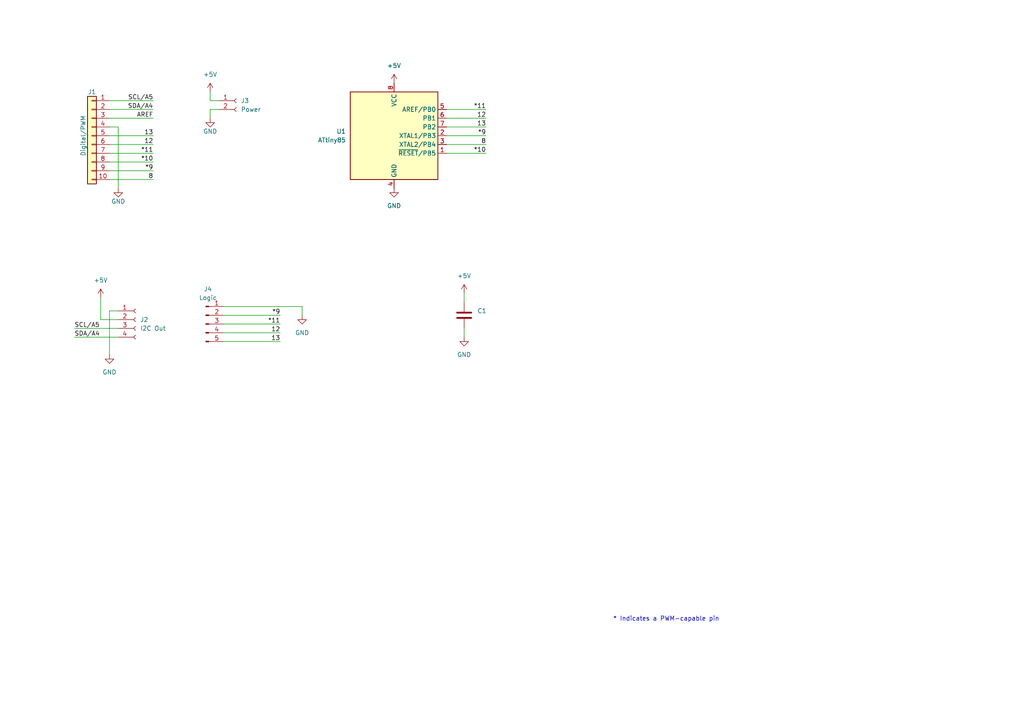
<source format=kicad_sch>
(kicad_sch (version 20211123) (generator eeschema)
  (paper "A4")
  (title_block (date "mar. 31 mars 2015"))
  (lib_symbols
    (symbol "+5V_1" (power) (pin_names (offset 0))
      (property "Value" "+5V_1" (at 0 3.556 0))
      (symbol "+5V_1_0_1"
        (polyline (pts (xy -0.762 1.27) (xy 0 2.54)))
        (polyline (pts (xy 0 0) (xy 0 2.54)))
        (polyline (pts (xy 0 2.54) (xy 0.762 1.27)))
      )
      (symbol "+5V_1_1_1"
        (pin power_in line (at 0 0 90) (length 0) hide (name "+5V") (number "1"))
      )
    )
    (symbol "+5V_2" (power) (pin_names (offset 0))
      (property "Value" "+5V_2" (at 0 3.556 0))
      (symbol "+5V_2_0_1"
        (polyline (pts (xy -0.762 1.27) (xy 0 2.54)))
        (polyline (pts (xy 0 0) (xy 0 2.54)))
        (polyline (pts (xy 0 2.54) (xy 0.762 1.27)))
      )
      (symbol "+5V_2_1_1"
        (pin power_in line (at 0 0 90) (length 0) hide (name "+5V") (number "1"))
      )
    )
    (symbol "Connector:Conn_01x02_Female" (pin_names (offset 1.016) hide)
      (property "Reference" "J" (at 0 2.54 0))
      (property "Value" "Conn_01x02_Female" (at 0 -5.08 0))
      (symbol "Conn_01x02_Female_1_1"
        (arc (start 0 -2.032) (mid -0.508 -2.54) (end 0 -3.048) (stroke (width 0.1524)))
        (polyline (pts (xy -1.27 -2.54) (xy -0.508 -2.54)) (stroke (width 0.1524)))
        (polyline (pts (xy -1.27 0) (xy -0.508 0)) (stroke (width 0.1524)))
        (arc (start 0 0.508) (mid -0.508 0) (end 0 -0.508) (stroke (width 0.1524)))
        (pin passive line (at -5.08 0 0) (length 3.81) (name "Pin_1") (number "1"))
        (pin passive line (at -5.08 -2.54 0) (length 3.81) (name "Pin_2") (number "2"))
      )
    )
    (symbol "Connector:Conn_01x04_Female" (pin_names (offset 1.016) hide)
      (property "Reference" "J" (at 0 5.08 0))
      (property "Value" "Conn_01x04_Female" (at 0 -7.62 0))
      (symbol "Conn_01x04_Female_1_1"
        (arc (start 0 -4.572) (mid -0.508 -5.08) (end 0 -5.588) (stroke (width 0.1524)))
        (arc (start 0 -2.032) (mid -0.508 -2.54) (end 0 -3.048) (stroke (width 0.1524)))
        (polyline (pts (xy -1.27 -5.08) (xy -0.508 -5.08)) (stroke (width 0.1524)))
        (polyline (pts (xy -1.27 -2.54) (xy -0.508 -2.54)) (stroke (width 0.1524)))
        (polyline (pts (xy -1.27 0) (xy -0.508 0)) (stroke (width 0.1524)))
        (polyline (pts (xy -1.27 2.54) (xy -0.508 2.54)) (stroke (width 0.1524)))
        (arc (start 0 0.508) (mid -0.508 0) (end 0 -0.508) (stroke (width 0.1524)))
        (arc (start 0 3.048) (mid -0.508 2.54) (end 0 2.032) (stroke (width 0.1524)))
        (pin passive line (at -5.08 2.54 0) (length 3.81) (name "Pin_1") (number "1"))
        (pin passive line (at -5.08 0 0) (length 3.81) (name "Pin_2") (number "2"))
        (pin passive line (at -5.08 -2.54 0) (length 3.81) (name "Pin_3") (number "3"))
        (pin passive line (at -5.08 -5.08 0) (length 3.81) (name "Pin_4") (number "4"))
      )
    )
    (symbol "Connector:Conn_01x05_Male" (pin_names (offset 1.016) hide)
      (property "Reference" "J" (at 0 7.62 0))
      (property "Value" "Conn_01x05_Male" (at 0 -7.62 0))
      (symbol "Conn_01x05_Male_1_1"
        (polyline (pts (xy 1.27 -5.08) (xy 0.8636 -5.08)) (stroke (width 0.1524)))
        (polyline (pts (xy 1.27 -2.54) (xy 0.8636 -2.54)) (stroke (width 0.1524)))
        (polyline (pts (xy 1.27 0) (xy 0.8636 0)) (stroke (width 0.1524)))
        (polyline (pts (xy 1.27 2.54) (xy 0.8636 2.54)) (stroke (width 0.1524)))
        (polyline (pts (xy 1.27 5.08) (xy 0.8636 5.08)) (stroke (width 0.1524)))
        (rectangle (start 0.8636 -4.953) (end 0 -5.207) (stroke (width 0.1524)) (fill (type outline)))
        (rectangle (start 0.8636 -2.413) (end 0 -2.667) (stroke (width 0.1524)) (fill (type outline)))
        (rectangle (start 0.8636 0.127) (end 0 -0.127) (stroke (width 0.1524)) (fill (type outline)))
        (rectangle (start 0.8636 2.667) (end 0 2.413) (stroke (width 0.1524)) (fill (type outline)))
        (rectangle (start 0.8636 5.207) (end 0 4.953) (stroke (width 0.1524)) (fill (type outline)))
        (pin passive line (at 5.08 5.08 180) (length 3.81) (name "Pin_1") (number "1"))
        (pin passive line (at 5.08 2.54 180) (length 3.81) (name "Pin_2") (number "2"))
        (pin passive line (at 5.08 0 180) (length 3.81) (name "Pin_3") (number "3"))
        (pin passive line (at 5.08 -2.54 180) (length 3.81) (name "Pin_4") (number "4"))
        (pin passive line (at 5.08 -5.08 180) (length 3.81) (name "Pin_5") (number "5"))
      )
    )
    (symbol "Connector_Generic:Conn_01x10" (pin_names (offset 1.016) hide)
      (property "Reference" "J" (at 0 12.7 0))
      (property "Value" "Conn_01x10" (at 0 -15.24 0))
      (symbol "Conn_01x10_1_1"
        (rectangle (start -1.27 -12.573) (end 0 -12.827) (stroke (width 0.1524)))
        (rectangle (start -1.27 -10.033) (end 0 -10.287) (stroke (width 0.1524)))
        (rectangle (start -1.27 -7.493) (end 0 -7.747) (stroke (width 0.1524)))
        (rectangle (start -1.27 -4.953) (end 0 -5.207) (stroke (width 0.1524)))
        (rectangle (start -1.27 -2.413) (end 0 -2.667) (stroke (width 0.1524)))
        (rectangle (start -1.27 0.127) (end 0 -0.127) (stroke (width 0.1524)))
        (rectangle (start -1.27 2.667) (end 0 2.413) (stroke (width 0.1524)))
        (rectangle (start -1.27 5.207) (end 0 4.953) (stroke (width 0.1524)))
        (rectangle (start -1.27 7.747) (end 0 7.493) (stroke (width 0.1524)))
        (rectangle (start -1.27 10.287) (end 0 10.033) (stroke (width 0.1524)))
        (rectangle (start -1.27 11.43) (end 1.27 -13.97) (stroke (width 0.254)) (fill (type background)))
        (pin passive line (at -5.08 10.16 0) (length 3.81) (name "Pin_1") (number "1"))
        (pin passive line (at -5.08 -12.7 0) (length 3.81) (name "Pin_10") (number "10"))
        (pin passive line (at -5.08 7.62 0) (length 3.81) (name "Pin_2") (number "2"))
        (pin passive line (at -5.08 5.08 0) (length 3.81) (name "Pin_3") (number "3"))
        (pin passive line (at -5.08 2.54 0) (length 3.81) (name "Pin_4") (number "4"))
        (pin passive line (at -5.08 0 0) (length 3.81) (name "Pin_5") (number "5"))
        (pin passive line (at -5.08 -2.54 0) (length 3.81) (name "Pin_6") (number "6"))
        (pin passive line (at -5.08 -5.08 0) (length 3.81) (name "Pin_7") (number "7"))
        (pin passive line (at -5.08 -7.62 0) (length 3.81) (name "Pin_8") (number "8"))
        (pin passive line (at -5.08 -10.16 0) (length 3.81) (name "Pin_9") (number "9"))
      )
    )
    (symbol "Device:C" (pin_numbers hide) (pin_names (offset 0.254))
      (property "Reference" "C" (at 0.635 2.54 0))
      (property "Value" "C" (at 0.635 -2.54 0))
      (symbol "C_0_1"
        (polyline (pts (xy -2.032 -0.762) (xy 2.032 -0.762)) (stroke (width 0.508)))
        (polyline (pts (xy -2.032 0.762) (xy 2.032 0.762)) (stroke (width 0.508)))
      )
      (symbol "C_1_1"
        (pin passive line (at 0 3.81 270) (length 2.794) (name "~") (number "1"))
        (pin passive line (at 0 -3.81 90) (length 2.794) (name "~") (number "2"))
      )
    )
    (symbol "GND_1" (power) (pin_names (offset 0))
      (property "Value" "GND_1" (at 0 -3.81 0))
      (symbol "GND_1_0_1"
        (polyline (pts (xy 0 0) (xy 0 -1.27) (xy 1.27 -1.27) (xy 0 -2.54) (xy -1.27 -1.27) (xy 0 -1.27)))
      )
      (symbol "GND_1_1_1"
        (pin power_in line (at 0 0 270) (length 0) hide (name "GND") (number "1"))
      )
    )
    (symbol "GND_2" (power) (pin_names (offset 0))
      (property "Value" "GND_2" (at 0 -3.81 0))
      (symbol "GND_2_0_1"
        (polyline (pts (xy 0 0) (xy 0 -1.27) (xy 1.27 -1.27) (xy 0 -2.54) (xy -1.27 -1.27) (xy 0 -1.27)))
      )
      (symbol "GND_2_1_1"
        (pin power_in line (at 0 0 270) (length 0) hide (name "GND") (number "1"))
      )
    )
    (symbol "GND_3" (power) (pin_names (offset 0))
      (property "Value" "GND_3" (at 0 -3.81 0))
      (symbol "GND_3_0_1"
        (polyline (pts (xy 0 0) (xy 0 -1.27) (xy 1.27 -1.27) (xy 0 -2.54) (xy -1.27 -1.27) (xy 0 -1.27)))
      )
      (symbol "GND_3_1_1"
        (pin power_in line (at 0 0 270) (length 0) hide (name "GND") (number "1"))
      )
    )
    (symbol "GND_4" (power) (pin_names (offset 0))
      (property "Value" "GND_4" (at 0 -3.81 0))
      (symbol "GND_4_0_1"
        (polyline (pts (xy 0 0) (xy 0 -1.27) (xy 1.27 -1.27) (xy 0 -2.54) (xy -1.27 -1.27) (xy 0 -1.27)))
      )
      (symbol "GND_4_1_1"
        (pin power_in line (at 0 0 270) (length 0) hide (name "GND") (number "1"))
      )
    )
    (symbol "MCU_Microchip_ATtiny:ATtiny85-20P"
      (property "Reference" "U" (at -12.7 13.97 0))
      (property "Value" "ATtiny85-20P" (at 2.54 -13.97 0))
      (symbol "ATtiny85-20P_0_1"
        (rectangle (start -12.7 -12.7) (end 12.7 12.7) (stroke (width 0.254)) (fill (type background)))
      )
      (symbol "ATtiny85-20P_1_1"
        (pin bidirectional line (at 15.24 -5.08 180) (length 2.54) (name "~{RESET}/PB5") (number "1"))
        (pin bidirectional line (at 15.24 0 180) (length 2.54) (name "XTAL1/PB3") (number "2"))
        (pin bidirectional line (at 15.24 -2.54 180) (length 2.54) (name "XTAL2/PB4") (number "3"))
        (pin power_in line (at 0 -15.24 90) (length 2.54) (name "GND") (number "4"))
        (pin bidirectional line (at 15.24 7.62 180) (length 2.54) (name "AREF/PB0") (number "5"))
        (pin bidirectional line (at 15.24 5.08 180) (length 2.54) (name "PB1") (number "6"))
        (pin bidirectional line (at 15.24 2.54 180) (length 2.54) (name "PB2") (number "7"))
        (pin power_in line (at 0 15.24 270) (length 2.54) (name "VCC") (number "8"))
      )
    )
    (symbol "power:+5V" (power) (pin_names (offset 0))
      (property "Value" "+5V" (at 0 3.556 0))
      (symbol "+5V_0_1"
        (polyline (pts (xy -0.762 1.27) (xy 0 2.54)))
        (polyline (pts (xy 0 0) (xy 0 2.54)))
        (polyline (pts (xy 0 2.54) (xy 0.762 1.27)))
      )
      (symbol "+5V_1_1"
        (pin power_in line (at 0 0 90) (length 0) hide (name "+5V") (number "1"))
      )
    )
    (symbol "power:GND" (power) (pin_names (offset 0))
      (property "Value" "GND" (at 0 -3.81 0))
      (symbol "GND_0_1"
        (polyline (pts (xy 0 0) (xy 0 -1.27) (xy 1.27 -1.27) (xy 0 -2.54) (xy -1.27 -1.27) (xy 0 -1.27)))
      )
      (symbol "GND_1_1"
        (pin power_in line (at 0 0 270) (length 0) hide (name "GND") (number "1"))
      )
    )
  )
  (wire (pts (xy 64.77 99.06) (xy 81.28 99.06)))
  (wire (pts (xy 31.75 46.99) (xy 44.45 46.99)))
  (wire (pts (xy 31.75 29.21) (xy 44.45 29.21)))
  (wire (pts (xy 129.54 41.91) (xy 140.97 41.91)))
  (wire (pts (xy 31.75 90.17) (xy 31.75 102.87)))
  (wire (pts (xy 129.54 31.75) (xy 140.97 31.75)))
  (wire (pts (xy 21.59 97.79) (xy 34.29 97.79)))
  (wire (pts (xy 64.77 93.98) (xy 81.28 93.98)))
  (wire (pts (xy 87.63 88.9) (xy 87.63 91.44)))
  (wire (pts (xy 129.54 34.29) (xy 140.97 34.29)))
  (wire (pts (xy 31.75 39.37) (xy 44.45 39.37)))
  (wire (pts (xy 31.75 41.91) (xy 44.45 41.91)))
  (wire (pts (xy 64.77 91.44) (xy 81.28 91.44)))
  (wire (pts (xy 31.75 49.53) (xy 44.45 49.53)))
  (wire (pts (xy 34.29 36.83) (xy 34.29 54.61)))
  (wire (pts (xy 31.75 34.29) (xy 44.45 34.29)))
  (wire (pts (xy 31.75 90.17) (xy 34.29 90.17)))
  (wire (pts (xy 129.54 36.83) (xy 140.97 36.83)))
  (wire (pts (xy 60.96 31.75) (xy 60.96 34.29)))
  (wire (pts (xy 64.77 88.9) (xy 87.63 88.9)))
  (wire (pts (xy 29.21 92.71) (xy 29.21 86.36)))
  (wire (pts (xy 21.59 95.25) (xy 34.29 95.25)))
  (wire (pts (xy 60.96 29.21) (xy 60.96 26.67)))
  (wire (pts (xy 31.75 36.83) (xy 34.29 36.83)))
  (wire (pts (xy 31.75 44.45) (xy 44.45 44.45)))
  (wire (pts (xy 63.5 29.21) (xy 60.96 29.21)))
  (wire (pts (xy 64.77 96.52) (xy 81.28 96.52)))
  (wire (pts (xy 63.5 31.75) (xy 60.96 31.75)))
  (wire (pts (xy 34.29 92.71) (xy 29.21 92.71)))
  (wire (pts (xy 134.62 85.09) (xy 134.62 87.63)))
  (wire (pts (xy 129.54 39.37) (xy 140.97 39.37)))
  (wire (pts (xy 134.62 95.25) (xy 134.62 97.79)))
  (wire (pts (xy 31.75 31.75) (xy 44.45 31.75)))
  (wire (pts (xy 129.54 44.45) (xy 140.97 44.45)))
  (wire (pts (xy 31.75 52.07) (xy 44.45 52.07)))
  (text "* Indicates a PWM-capable pin" (at 177.8 180.34 0) (effects (font (size 1.27 1.27)) (justify left bottom)))
  (label "SDA{slash}A4" (at 21.59 97.79 0))
  (label "SCL{slash}A5" (at 21.59 95.25 0))
  (label "*9" (at 140.97 39.37 180))
  (label "13" (at 44.45 39.37 180))
  (label "12" (at 44.45 41.91 180))
  (label "*10" (at 44.45 46.99 180))
  (label "13" (at 140.97 36.83 180))
  (label "12" (at 81.28 96.52 180))
  (label "*11" (at 81.28 93.98 180))
  (label "SDA{slash}A4" (at 44.45 31.75 180))
  (label "8" (at 44.45 52.07 180))
  (label "*11" (at 140.97 31.75 180))
  (label "*11" (at 44.45 44.45 180))
  (label "13" (at 81.28 99.06 180))
  (label "*10" (at 140.97 44.45 180))
  (label "8" (at 140.97 41.91 180))
  (label "AREF" (at 44.45 34.29 180))
  (label "12" (at 140.97 34.29 180))
  (label "SCL{slash}A5" (at 44.45 29.21 180))
  (label "*9" (at 44.45 49.53 180))
  (label "*9" (at 81.28 91.44 180))
  (symbol (lib_id "Connector_Generic:Conn_01x10") (at 26.67 39.37 0) (mirror y) (unit 1)
    (property "Reference" "J1" (at 26.67 26.67 0))
    (property "Value" "Digital/PWM" (at 24.13 39.37 90))
    (property "Footprint" "Connector_PinSocket_2.54mm:PinSocket_1x10_P2.54mm_Vertical" (effects hide))
  )
  (symbol (lib_id "power:GND") (at 34.29 54.61 0) (unit 1)
    (property "Reference" "#PWR05" (effects hide))
    (property "Value" "GND" (at 34.29 58.42 0))
  )
  (symbol (lib_name "+5V_1") (lib_id "power:+5V") (at 114.3 24.13 0) (unit 1)
    (property "Reference" "#PWR0102" (effects hide))
    (property "Value" "+5V" (at 114.3 19.05 0))
  )
  (symbol (lib_name "+5V_2") (lib_id "power:+5V") (at 60.96 26.67 0) (unit 1)
    (property "Reference" "#PWR0105" (effects hide))
    (property "Value" "+5V" (at 60.96 21.59 0))
  )
  (symbol (lib_name "+5V_2") (lib_id "power:+5V") (at 29.21 86.36 0) (unit 1)
    (property "Reference" "#PWR0103" (effects hide))
    (property "Value" "+5V" (at 29.21 81.28 0))
  )
  (symbol (lib_name "GND_4") (lib_id "power:GND") (at 134.62 97.79 0) (unit 1)
    (property "Reference" "#PWR0108" (effects hide))
    (property "Value" "GND" (at 134.62 102.87 0))
  )
  (symbol (lib_id "power:+5V") (at 134.62 85.09 0) (unit 1)
    (property "Reference" "#PWR0109" (effects hide))
    (property "Value" "+5V" (at 134.62 80.01 0))
  )
  (symbol (lib_id "power:GND") (at 60.96 34.29 0) (unit 1)
    (property "Reference" "#PWR0106" (effects hide))
    (property "Value" "GND" (at 60.96 38.1 0))
  )
  (symbol (lib_id "Connector:Conn_01x05_Male") (at 59.69 93.98 0) (unit 1)
    (property "Reference" "J4" (at 60.325 83.82 0))
    (property "Value" "Logic" (at 60.325 86.36 0))
    (property "Footprint" "Connector_PinHeader_2.54mm:PinHeader_1x05_P2.54mm_Vertical" (effects hide))
  )
  (symbol (lib_id "Device:C") (at 134.62 91.44 0) (unit 1)
    (property "Reference" "C1" (at 138.43 90.1699 0) (effects (justify left)))
    (property "Value" "C" (effects hide))
    (property "Footprint" "Capacitor_SMD:C_0504_1310Metric_Pad0.83x1.28mm_HandSolder" (effects hide))
  )
  (symbol (lib_name "GND_1") (lib_id "power:GND") (at 114.3 54.61 0) (unit 1)
    (property "Reference" "#PWR0101" (effects hide))
    (property "Value" "GND" (at 114.3 59.69 0))
  )
  (symbol (lib_id "MCU_Microchip_ATtiny:ATtiny85-20P") (at 114.3 39.37 0) (unit 1)
    (property "Reference" "U1" (at 100.33 38.0999 0) (effects (justify right)))
    (property "Value" "ATtiny85" (at 100.33 40.6399 0) (effects (justify right)))
    (property "Footprint" "Package_DIP:DIP-8_W7.62mm" (effects hide))
    (property "Datasheet" "http://ww1.microchip.com/downloads/en/DeviceDoc/atmel-2586-avr-8-bit-microcontroller-attiny25-attiny45-attiny85_datasheet.pdf" (effects hide))
  )
  (symbol (lib_name "GND_3") (lib_id "power:GND") (at 87.63 91.44 0) (unit 1)
    (property "Reference" "#PWR0107" (effects hide))
    (property "Value" "GND" (at 87.63 96.52 0))
  )
  (symbol (lib_id "Connector:Conn_01x04_Female") (at 39.37 92.71 0) (unit 1)
    (property "Reference" "J2" (at 40.64 92.7099 0) (effects (justify left)))
    (property "Value" "I2C Out" (at 40.64 95.2499 0) (effects (justify left)))
    (property "Footprint" "Connector_PinHeader_2.54mm:PinHeader_1x04_P2.54mm_Vertical" (effects hide))
  )
  (symbol (lib_id "Connector:Conn_01x02_Female") (at 68.58 29.21 0) (unit 1)
    (property "Reference" "J3" (at 69.85 29.2099 0) (effects (justify left)))
    (property "Value" "Power" (at 69.85 31.7499 0) (effects (justify left)))
    (property "Footprint" "Connector_PinHeader_2.54mm:PinHeader_1x02_P2.54mm_Vertical" (effects hide))
  )
  (symbol (lib_name "GND_2") (lib_id "power:GND") (at 31.75 102.87 0) (unit 1)
    (property "Reference" "#PWR0104" (effects hide))
    (property "Value" "GND" (at 31.75 107.95 0))
  )
)
</source>
